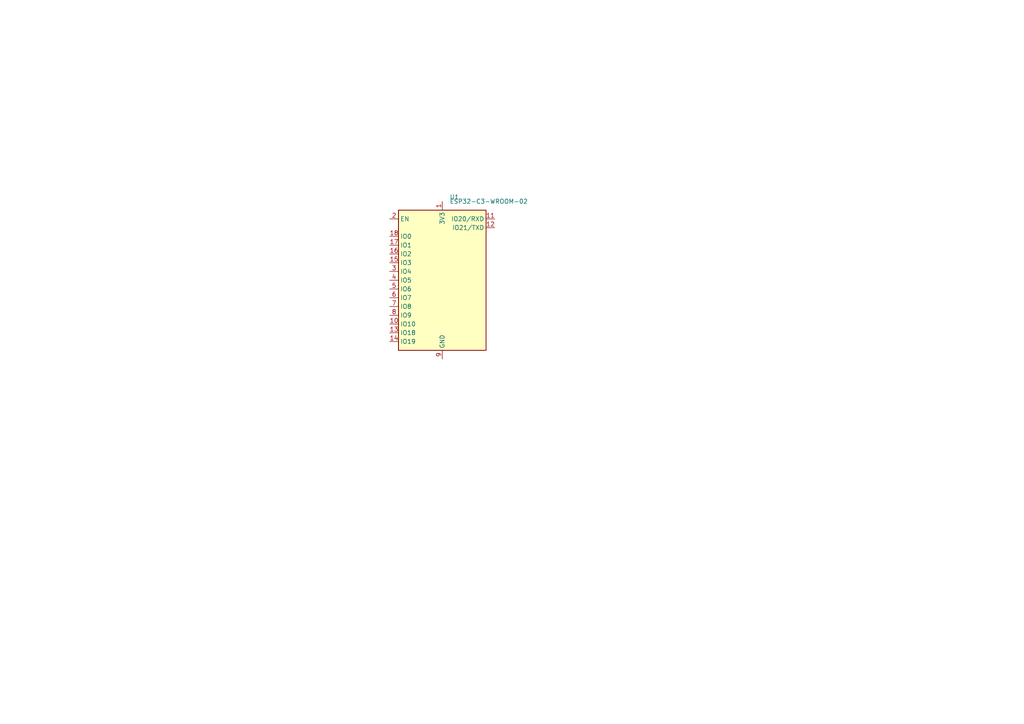
<source format=kicad_sch>
(kicad_sch (version 20250114) (generator "eeschema") (generator_version "9.0")
  (paper "A4")
  (lib_symbols
    (symbol "RF_Module:ESP32-C3-WROOM-02"
      (property "Reference" "U" (at -12.192 21.336 0))
      (property "Value" "ESP32-C3-WROOM-02" (at 12.192 21.336 0))
      (symbol "ESP32-C3-WROOM-02_1_1"
        (rectangle (start -12.7 20.32) (end 12.7 -20.32) (stroke (width 0.254)) (fill (type background)))
        (pin input line (at -15.24 17.78 0) (length 2.54) (name "EN") (number "2"))
        (pin bidirectional line (at -15.24 12.7 0) (length 2.54) (name "IO0") (number "18"))
        (pin bidirectional line (at -15.24 10.16 0) (length 2.54) (name "IO1") (number "17"))
        (pin bidirectional line (at -15.24 7.62 0) (length 2.54) (name "IO2") (number "16"))
        (pin bidirectional line (at -15.24 5.08 0) (length 2.54) (name "IO3") (number "15"))
        (pin bidirectional line (at -15.24 2.54 0) (length 2.54) (name "IO4") (number "3"))
        (pin bidirectional line (at -15.24 0 0) (length 2.54) (name "IO5") (number "4"))
        (pin bidirectional line (at -15.24 -2.54 0) (length 2.54) (name "IO6") (number "5"))
        (pin bidirectional line (at -15.24 -5.08 0) (length 2.54) (name "IO7") (number "6"))
        (pin bidirectional line (at -15.24 -7.62 0) (length 2.54) (name "IO8") (number "7"))
        (pin bidirectional line (at -15.24 -10.16 0) (length 2.54) (name "IO9") (number "8"))
        (pin bidirectional line (at -15.24 -12.7 0) (length 2.54) (name "IO10") (number "10"))
        (pin bidirectional line (at -15.24 -15.24 0) (length 2.54) (name "IO18") (number "13"))
        (pin bidirectional line (at -15.24 -17.78 0) (length 2.54) (name "IO19") (number "14"))
        (pin power_in line (at 0 22.86 270) (length 2.54) (name "3V3") (number "1"))
        (pin passive line (at 0 -22.86 90) (length 2.54) (hide yes) (name "GND") (number "19"))
        (pin power_in line (at 0 -22.86 90) (length 2.54) (name "GND") (number "9"))
        (pin bidirectional line (at 15.24 17.78 180) (length 2.54) (name "IO20/RXD") (number "11"))
        (pin bidirectional line (at 15.24 15.24 180) (length 2.54) (name "IO21/TXD") (number "12"))
      )
    )
  )
  (symbol (lib_id "RF_Module:ESP32-C3-WROOM-02") (at 128.27 81.28 0) (unit 1)
    (property "Reference" "U1" (at 130.4133 57.15 0) (effects (justify left)))
    (property "Value" "ESP32-C3-WROOM-02" (at 130.4133 58.42 0) (effects (justify left)))
    (property "Footprint" "RF_Module:ESP32-C3-WROOM-02" (effects (hide yes)))
    (property "Datasheet" "https://www.espressif.com/sites/default/files/documentation/esp32-c3-wroom-02_datasheet_en.pdf" (effects (hide yes)))
    (property "Description" "802.11 b/g/n Wi­Fi and Bluetooth 5 module, ESP32­C3 SoC, RISC­V microprocessor, On-board antenna" (effects (hide yes)))
  )
)
</source>
